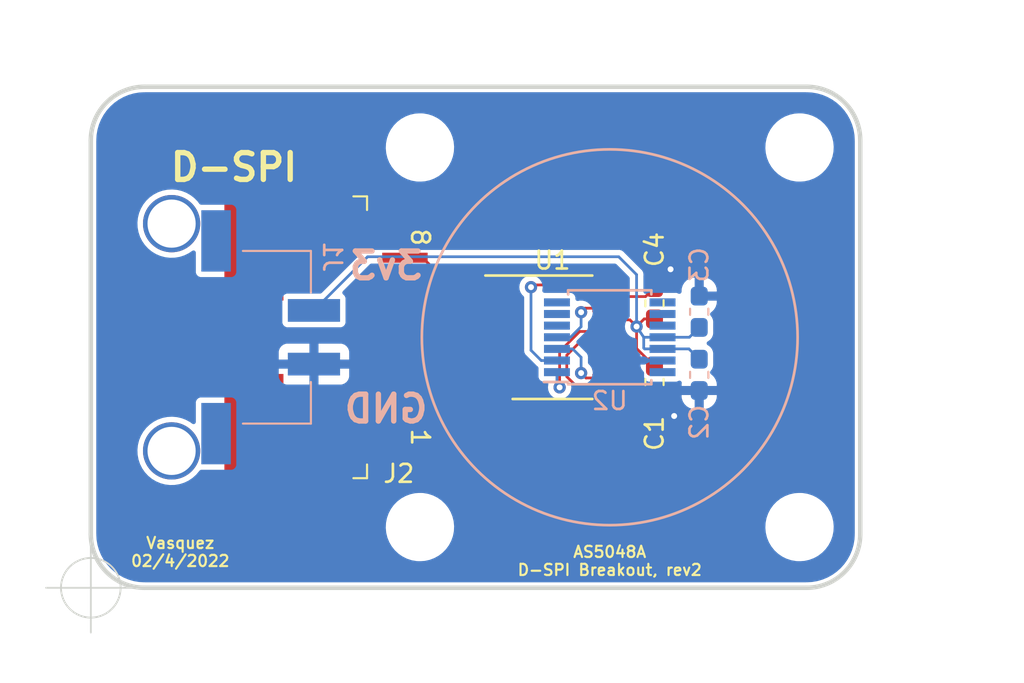
<source format=kicad_pcb>
(kicad_pcb (version 20211014) (generator pcbnew)
  (layers (0 "F.Cu" signal) (31 "B.Cu" signal) (34 "B.Paste" user) (35 "F.Paste" user) (36 "B.SilkS" user "B.Silkscreen") (37 "F.SilkS" user "F.Silkscreen") (38 "B.Mask" user) (39 "F.Mask" user) (44 "Edge.Cuts" user))
  (net 0 "")
  (net 1 "+3V3")
  (net 2 "GND")
  (net 3 "/SCK_P")
  (net 4 "/SCK_N")
  (net 5 "/MOSI_P")
  (net 6 "/MOSI_N")
  (net 7 "/CS_P")
  (net 8 "/CS_N")
  (net 9 "/MISO_P")
  (net 10 "/MISO_N")
  (net 13 "/MISO")
  (net 15 "/CSx")
  (net 16 "/MOSI")
  (net 17 "/SCK")
  (footprint "Capacitor_SMD:C_0603_1608Metric_Pad1.05x0.95mm_HandSolder" (layer "F.Cu") (at 138.5 106.37868 -90)
    (fp_text reference "C1" (at 2.875 0 90) (layer "F.SilkS"))
    (fp_text value "10uF")
    (fp_line (start -0.171267 -0.51) (end 0.171267 -0.51) (layer "F.SilkS") (width 0.12))
    (fp_line (start -0.171267 0.51) (end 0.171267 0.51) (layer "F.SilkS") (width 0.12))
    (pad "1" smd roundrect locked (at -0.875 0 270) (size 1.05 0.95) (layers "F.Cu" "F.Paste" "F.Mask") (net 1 "+3V3"))
    (pad "2" smd roundrect locked (at 0.875 0 270) (size 1.05 0.95) (layers "F.Cu" "F.Paste" "F.Mask") (net 2 "GND"))
  )
  (footprint "Package_SO:TSSOP-20_4.4x6.5mm_P0.65mm" (layer "F.Cu") (at 132.8 103.87868)
    (fp_text reference "U1" (at 0 -4.3) (layer "F.SilkS"))
    (fp_text value "SN65LVDT14")
    (fp_line (start -2.225 3.45) (end 2.225 3.45) (layer "F.SilkS") (width 0.15))
    (fp_line (start -3.75 -3.45) (end 2.225 -3.45) (layer "F.SilkS") (width 0.15))
    (pad "1" smd rect locked (at -2.95 -2.925) (size 1.45 0.45) (layers "F.Cu" "F.Paste" "F.Mask") (net 3 "/SCK_P"))
    (pad "2" smd rect locked (at -2.95 -2.275) (size 1.45 0.45) (layers "F.Cu" "F.Paste" "F.Mask") (net 4 "/SCK_N"))
    (pad "3" smd rect locked (at -2.95 -1.625) (size 1.45 0.45) (layers "F.Cu" "F.Paste" "F.Mask") (net 5 "/MOSI_P"))
    (pad "4" smd rect locked (at -2.95 -0.975) (size 1.45 0.45) (layers "F.Cu" "F.Paste" "F.Mask") (net 6 "/MOSI_N"))
    (pad "5" smd rect locked (at -2.95 -0.325) (size 1.45 0.45) (layers "F.Cu" "F.Paste" "F.Mask") (net 7 "/CS_P"))
    (pad "6" smd rect locked (at -2.95 0.325) (size 1.45 0.45) (layers "F.Cu" "F.Paste" "F.Mask") (net 8 "/CS_N"))
    (pad "7" smd rect locked (at -2.95 0.975) (size 1.45 0.45) (layers "F.Cu" "F.Paste" "F.Mask"))
    (pad "8" smd rect locked (at -2.95 1.625) (size 1.45 0.45) (layers "F.Cu" "F.Paste" "F.Mask"))
    (pad "9" smd rect locked (at -2.95 2.275) (size 1.45 0.45) (layers "F.Cu" "F.Paste" "F.Mask") (net 9 "/MISO_P"))
    (pad "10" smd rect locked (at -2.95 2.925) (size 1.45 0.45) (layers "F.Cu" "F.Paste" "F.Mask") (net 10 "/MISO_N"))
    (pad "11" smd rect locked (at 2.95 2.925) (size 1.45 0.45) (layers "F.Cu" "F.Paste" "F.Mask") (net 2 "GND"))
    (pad "12" smd rect locked (at 2.95 2.275) (size 1.45 0.45) (layers "F.Cu" "F.Paste" "F.Mask") (net 13 "/MISO"))
    (pad "13" smd rect locked (at 2.95 1.625) (size 1.45 0.45) (layers "F.Cu" "F.Paste" "F.Mask") (net 1 "+3V3"))
    (pad "14" smd rect locked (at 2.95 0.975) (size 1.45 0.45) (layers "F.Cu" "F.Paste" "F.Mask"))
    (pad "15" smd rect locked (at 2.95 0.325) (size 1.45 0.45) (layers "F.Cu" "F.Paste" "F.Mask") (net 2 "GND"))
    (pad "16" smd rect locked (at 2.95 -0.325) (size 1.45 0.45) (layers "F.Cu" "F.Paste" "F.Mask") (net 15 "/CSx"))
    (pad "17" smd rect locked (at 2.95 -0.975) (size 1.45 0.45) (layers "F.Cu" "F.Paste" "F.Mask") (net 1 "+3V3"))
    (pad "18" smd rect locked (at 2.95 -1.625) (size 1.45 0.45) (layers "F.Cu" "F.Paste" "F.Mask") (net 16 "/MOSI"))
    (pad "19" smd rect locked (at 2.95 -2.275) (size 1.45 0.45) (layers "F.Cu" "F.Paste" "F.Mask") (net 2 "GND"))
    (pad "20" smd rect locked (at 2.95 -2.925) (size 1.45 0.45) (layers "F.Cu" "F.Paste" "F.Mask") (net 17 "/SCK"))
  )
  (footprint "Capacitor_SMD:C_0603_1608Metric_Pad1.05x0.95mm_HandSolder" (layer "F.Cu") (at 138.5 101.97868 90)
    (fp_text reference "C4" (at 3 0 90) (layer "F.SilkS"))
    (fp_text value "0.1uF")
    (fp_line (start -0.171267 -0.51) (end 0.171267 -0.51) (layer "F.SilkS") (width 0.12))
    (fp_line (start -0.171267 0.51) (end 0.171267 0.51) (layer "F.SilkS") (width 0.12))
    (pad "1" smd roundrect locked (at -0.875 0 90) (size 1.05 0.95) (layers "F.Cu" "F.Paste" "F.Mask") (net 1 "+3V3"))
    (pad "2" smd roundrect locked (at 0.875 0 90) (size 1.05 0.95) (layers "F.Cu" "F.Paste" "F.Mask") (net 2 "GND"))
  )
  (footprint "MountingHole:MountingHole_3.2mm_M3_DIN965" (layer "F.Cu") (at 146.606602 114.485282)
    (fp_text reference "REF**")
    (fp_text value "MountingHole_3.2mm_M3_DIN965")
    (pad "" np_thru_hole circle locked (at 0 0) (size 3.2 3.2) (drill 3.2) (layers *.Cu *.Mask))
  )
  (footprint "MountingHole:MountingHole_3.2mm_M3_DIN965" (layer "F.Cu") (at 146.606602 93.272078)
    (fp_text reference "REF**")
    (fp_text value "MountingHole_3.2mm_M3_DIN965")
    (pad "" np_thru_hole circle locked (at 0 0) (size 3.2 3.2) (drill 3.2) (layers *.Cu *.Mask))
  )
  (footprint "MountingHole:MountingHole_3.2mm_M3_DIN965" (layer "F.Cu") (at 125.393398 114.485282)
    (fp_text reference "REF**")
    (fp_text value "MountingHole_3.2mm_M3_DIN965")
    (pad "" np_thru_hole circle locked (at 0 0) (size 3.2 3.2) (drill 3.2) (layers *.Cu *.Mask))
  )
  (footprint "MountingHole:MountingHole_3.2mm_M3_DIN965" (layer "F.Cu") (at 125.393398 93.272078)
    (fp_text reference "REF**")
    (fp_text value "MountingHole_3.2mm_M3_DIN965")
    (pad "" np_thru_hole circle locked (at 0 0) (size 3.2 3.2) (drill 3.2) (layers *.Cu *.Mask))
  )
  (footprint "kicad_component_library:RJ45_Amphenol_SMD_RJSSE-5080-01T" (layer "F.Cu") (at 115 103.87868 -90)
    (fp_text reference "J2" (at 7.62 -9.215 unlocked) (layer "F.SilkS"))
    (fp_text value "8P8C")
    (fp_text user "1" (at 5.588 -10.414 -90 unlocked) (layer "F.SilkS"))
    (fp_text user "8" (at -5.588 -10.414 -90 unlocked) (layer "F.SilkS"))
    (fp_line (start -7.874 -7.437) (end -7.112 -7.437) (layer "F.SilkS") (width 0.12))
    (fp_line (start 7.874 -7.437) (end 7.874 -6.675) (layer "F.SilkS") (width 0.12))
    (fp_line (start 7.874 -7.437) (end 7.112 -7.437) (layer "F.SilkS") (width 0.12))
    (fp_line (start -7.874 -7.437) (end -7.874 -6.675) (layer "F.SilkS") (width 0.12))
    (pad "" np_thru_hole circle (at -6.35 3.485 270) (size 3.2 3.2) (drill 2.69) (layers F&B.Cu *.Mask))
    (pad "" smd rect (at 5.16 -1.115 270) (size 6.22 3.3) (layers "F.Cu" "F.Paste" "F.Mask"))
    (pad "" np_thru_hole circle (at 6.35 3.485 270) (size 3.2 3.2) (drill 2.69) (layers F&B.Cu *.Mask))
    (pad "" smd rect (at -5.16 -1.115 270) (size 6.22 3.3) (layers "F.Cu" "F.Paste" "F.Mask"))
    (pad "1" smd rect (at 4.445 -9.555 270) (size 0.56 2.54) (layers "F.Cu" "F.Paste" "F.Mask") (net 10 "/MISO_N"))
    (pad "2" smd rect (at 3.175 -9.555 270) (size 0.56 2.54) (layers "F.Cu" "F.Paste" "F.Mask") (net 9 "/MISO_P"))
    (pad "3" smd rect (at 1.905 -9.555 270) (size 0.56 2.54) (layers "F.Cu" "F.Paste" "F.Mask") (net 8 "/CS_N"))
    (pad "4" smd rect (at 0.635 -9.555 270) (size 0.56 2.54) (layers "F.Cu" "F.Paste" "F.Mask") (net 7 "/CS_P"))
    (pad "5" smd rect (at -0.635 -9.555 270) (size 0.56 2.54) (layers "F.Cu" "F.Paste" "F.Mask") (net 6 "/MOSI_N"))
    (pad "6" smd rect (at -1.905 -9.555 270) (size 0.56 2.54) (layers "F.Cu" "F.Paste" "F.Mask") (net 5 "/MOSI_P"))
    (pad "7" smd rect (at -3.175 -9.555 270) (size 0.56 2.54) (layers "F.Cu" "F.Paste" "F.Mask") (net 4 "/SCK_N"))
    (pad "8" smd rect (at -4.445 -9.555 270) (size 0.56 2.54) (layers "F.Cu" "F.Paste" "F.Mask") (net 3 "/SCK_P"))
  )
  (footprint "Capacitor_SMD:C_0603_1608Metric_Pad1.05x0.95mm_HandSolder" (layer "B.Cu") (at 141 102.45368 90)
    (fp_text reference "C3" (at 2.625 0 90) (layer "B.SilkS") (effects (justify mirror)))
    (fp_text value "10uF")
    (fp_line (start -0.171267 0.51) (end 0.171267 0.51) (layer "B.SilkS") (width 0.12))
    (fp_line (start -0.171267 -0.51) (end 0.171267 -0.51) (layer "B.SilkS") (width 0.12))
    (pad "1" smd roundrect locked (at -0.875 0 90) (size 1.05 0.95) (layers "B.Cu" "B.Paste" "B.Mask") (net 1 "+3V3"))
    (pad "2" smd roundrect locked (at 0.875 0 90) (size 1.05 0.95) (layers "B.Cu" "B.Paste" "B.Mask") (net 2 "GND"))
  )
  (footprint "kicad_component_library:Molex_Micro-Fit_3.0_43650-0212_1x02_P3.00mm" (layer "B.Cu") (at 114 103.87868 90)
    (fp_text reference "J1" (at 4.5 6.5 270 unlocked) (layer "B.SilkS") (effects (justify mirror)))
    (fp_text value "Conn_01x02")
    (fp_line (start 2.5 5.3) (end 4.825 5.3) (layer "B.SilkS") (width 0.12))
    (fp_line (start -4.825 5.3) (end -2.5 5.3) (layer "B.SilkS") (width 0.12))
    (fp_line (start 4.825 5.3) (end 4.825 1.5) (layer "B.SilkS") (width 0.12))
    (fp_line (start -4.825 5.3) (end -4.825 1.5) (layer "B.SilkS") (width 0.12))
    (pad "" smd rect (at -5.385 0 90) (size 3.43 1.65) (layers "B.Cu" "B.Paste" "B.Mask"))
    (pad "" smd rect (at 5.385 0 90) (size 3.43 1.65) (layers "B.Cu" "B.Paste" "B.Mask"))
    (pad "1" smd rect (at 1.5 5.47 90) (size 1.27 2.92) (layers "B.Cu" "B.Paste" "B.Mask") (net 1 "+3V3"))
    (pad "2" smd rect (at -1.5 5.47 90) (size 1.27 2.92) (layers "B.Cu" "B.Paste" "B.Mask") (net 2 "GND"))
  )
  (footprint "Capacitor_SMD:C_0603_1608Metric_Pad1.05x0.95mm_HandSolder" (layer "B.Cu") (at 141 105.97868 -90)
    (fp_text reference "C2" (at 2.65 0 90) (layer "B.SilkS") (effects (justify mirror)))
    (fp_text value "0.1uF")
    (fp_line (start -0.171267 0.51) (end 0.171267 0.51) (layer "B.SilkS") (width 0.12))
    (fp_line (start -0.171267 -0.51) (end 0.171267 -0.51) (layer "B.SilkS") (width 0.12))
    (pad "1" smd roundrect locked (at -0.875 0 270) (size 1.05 0.95) (layers "B.Cu" "B.Paste" "B.Mask") (net 1 "+3V3"))
    (pad "2" smd roundrect locked (at 0.875 0 270) (size 1.05 0.95) (layers "B.Cu" "B.Paste" "B.Mask") (net 2 "GND"))
  )
  (footprint "Package_SO:TSSOP-14_4.4x5mm_P0.65mm" (layer "B.Cu") (at 136 103.87868)
    (fp_text reference "U2" (at 0 3.55) (layer "B.SilkS") (effects (justify mirror)))
    (fp_text value "AS5048A")
    (fp_line (start -2.325 -2.625) (end -2.325 -2.4) (layer "B.SilkS") (width 0.15))
    (fp_line (start 2.325 2.625) (end 2.325 2.4) (layer "B.SilkS") (width 0.15))
    (fp_line (start 2.325 -2.625) (end 2.325 -2.4) (layer "B.SilkS") (width 0.15))
    (fp_line (start -2.325 -2.625) (end 2.325 -2.625) (layer "B.SilkS") (width 0.15))
    (fp_line (start -2.325 2.625) (end 2.325 2.625) (layer "B.SilkS") (width 0.15))
    (fp_line (start -2.325 2.5) (end -3.675 2.5) (layer "B.SilkS") (width 0.15))
    (fp_line (start -2.325 2.625) (end -2.325 2.5) (layer "B.SilkS") (width 0.15))
    (pad "1" smd rect locked (at -2.95 1.95) (size 1.45 0.45) (layers "B.Cu" "B.Paste" "B.Mask") (net 15 "/CSx"))
    (pad "2" smd rect locked (at -2.95 1.3) (size 1.45 0.45) (layers "B.Cu" "B.Paste" "B.Mask") (net 17 "/SCK"))
    (pad "3" smd rect locked (at -2.95 0.65) (size 1.45 0.45) (layers "B.Cu" "B.Paste" "B.Mask") (net 13 "/MISO"))
    (pad "4" smd rect locked (at -2.95 0) (size 1.45 0.45) (layers "B.Cu" "B.Paste" "B.Mask") (net 16 "/MOSI"))
    (pad "5" smd rect locked (at -2.95 -0.65) (size 1.45 0.45) (layers "B.Cu" "B.Paste" "B.Mask"))
    (pad "6" smd rect locked (at -2.95 -1.3) (size 1.45 0.45) (layers "B.Cu" "B.Paste" "B.Mask"))
    (pad "7" smd rect locked (at -2.95 -1.95) (size 1.45 0.45) (layers "B.Cu" "B.Paste" "B.Mask"))
    (pad "8" smd rect locked (at 2.95 -1.95) (size 1.45 0.45) (layers "B.Cu" "B.Paste" "B.Mask"))
    (pad "9" smd rect locked (at 2.95 -1.3) (size 1.45 0.45) (layers "B.Cu" "B.Paste" "B.Mask"))
    (pad "10" smd rect locked (at 2.95 -0.65) (size 1.45 0.45) (layers "B.Cu" "B.Paste" "B.Mask"))
    (pad "11" smd rect locked (at 2.95 0) (size 1.45 0.45) (layers "B.Cu" "B.Paste" "B.Mask") (net 1 "+3V3"))
    (pad "12" smd rect locked (at 2.95 0.65) (size 1.45 0.45) (layers "B.Cu" "B.Paste" "B.Mask") (net 1 "+3V3"))
    (pad "13" smd rect locked (at 2.95 1.3) (size 1.45 0.45) (layers "B.Cu" "B.Paste" "B.Mask") (net 2 "GND"))
    (pad "14" smd rect locked (at 2.95 1.95) (size 1.45 0.45) (layers "B.Cu" "B.Paste" "B.Mask"))
  )
  (gr_circle (center 136 103.87868) (end 146.5 103.87868) (layer "B.SilkS") (width 0.15) (fill none))
  (gr_line (start 110 117.87868) (end 147 117.87868) (layer "Edge.Cuts") (width 0.25))
  (gr_line (start 150 114.87868) (end 150 92.87868) (layer "Edge.Cuts") (width 0.25))
  (gr_arc (start 147 89.87868) (mid 149.12132 90.75736) (end 150 92.87868) (layer "Edge.Cuts") (width 0.25))
  (gr_arc (start 150 114.87868) (mid 149.12132 117) (end 147 117.87868) (layer "Edge.Cuts") (width 0.25))
  (gr_arc (start 110 117.87868) (mid 107.87868 117) (end 107 114.87868) (layer "Edge.Cuts") (width 0.25))
  (gr_arc (start 107 92.87868) (mid 107.87868 90.75736) (end 110 89.87868) (layer "Edge.Cuts") (width 0.25))
  (gr_line (start 107 92.87868) (end 107 114.87868) (layer "Edge.Cuts") (width 0.25))
  (gr_line (start 147 89.87868) (end 110 89.87868) (layer "Edge.Cuts") (width 0.25))
  (gr_text "GND" (at 123.5 107.87868) (layer "B.SilkS") (effects (font (size 1.5 1.5) (thickness 0.3)) (justify mirror)))
  (gr_text "3v3" (at 123.5 99.87868) (layer "B.SilkS") (effects (font (size 1.5 1.5) (thickness 0.3)) (justify mirror)))
  (gr_text "D-SPI" (at 115 94.37868) (layer "F.SilkS") (effects (font (size 1.5 1.5) (thickness 0.3))))
  (gr_text "Vasquez\n02/4/2022" (at 112 115.87868) (layer "F.SilkS") (effects (font (size 0.625 0.625) (thickness 0.12))))
  (gr_text "AS5048A\nD-SPI Breakout, rev2" (at 136 116.37868) (layer "F.SilkS") (effects (font (size 0.625 0.625) (thickness 0.12))))
  (target plus (at 107 117.87868) (size 5) (width 0.1) (layer "Edge.Cuts"))
  (segment (start 137.5 103.27868) (end 137.125 102.90368) (width 0.1524) (layer "F.Cu") (net 1))
  (segment (start 137.475 104.50368) (end 137.5 104.50368) (width 0.1524) (layer "F.Cu") (net 1))
  (segment (start 135.75 105.50368) (end 136.475 105.50368) (width 0.1524) (layer "F.Cu") (net 1))
  (segment (start 138.5 105.50368) (end 137.5 104.50368) (width 0.1524) (layer "F.Cu") (net 1))
  (segment (start 137.925 102.85368) (end 137.5 103.27868) (width 0.1524) (layer "F.Cu") (net 1))
  (segment (start 138.5 102.85368) (end 137.925 102.85368) (width 0.1524) (layer "F.Cu") (net 1))
  (segment (start 136.475 105.50368) (end 137.475 104.50368) (width 0.1524) (layer "F.Cu") (net 1))
  (segment (start 137.125 102.90368) (end 135.75 102.90368) (width 0.1524) (layer "F.Cu") (net 1))
  (segment (start 137.5 104.50368) (end 137.5 103.27868) (width 0.1524) (layer "F.Cu") (net 1))
  (via (at 137.5 103.27868) (size 0.6858) (drill 0.3302) (layers "F.Cu" "B.Cu") (net 1))
  (segment (start 140.45 103.87868) (end 141 103.32868) (width 0.1524) (layer "B.Cu") (net 1))
  (segment (start 137.9 104.47868) (end 137.9 103.87868) (width 0.1524) (layer "B.Cu") (net 1))
  (segment (start 138.95 103.87868) (end 140.45 103.87868) (width 0.1524) (layer "B.Cu") (net 1))
  (segment (start 137.95 104.52868) (end 137.9 104.47868) (width 0.1524) (layer "B.Cu") (net 1))
  (segment (start 140.425 104.52868) (end 138.95 104.52868) (width 0.1524) (layer "B.Cu") (net 1))
  (segment (start 137.5 103.27868) (end 137.9 103.87868) (width 0.1524) (layer "B.Cu") (net 1))
  (segment (start 136.5 99.37868) (end 137.5 100.37868) (width 0.1524) (layer "B.Cu") (net 1))
  (segment (start 122.47 99.37868) (end 136.5 99.37868) (width 0.1524) (layer "B.Cu") (net 1))
  (segment (start 137.5 100.37868) (end 137.5 103.27868) (width 0.1524) (layer "B.Cu") (net 1))
  (segment (start 119.47 102.37868) (end 122.47 99.37868) (width 0.1524) (layer "B.Cu") (net 1))
  (segment (start 138.95 104.52868) (end 137.95 104.52868) (width 0.1524) (layer "B.Cu") (net 1))
  (segment (start 141 105.10368) (end 140.425 104.52868) (width 0.1524) (layer "B.Cu") (net 1))
  (segment (start 137.9 103.87868) (end 138.95 103.87868) (width 0.1524) (layer "B.Cu") (net 1))
  (segment (start 135.75 101.60368) (end 138 101.60368) (width 0.1524) (layer "F.Cu") (net 2))
  (segment (start 139.525 108.27868) (end 139.6 108.27868) (width 0.1524) (layer "F.Cu") (net 2))
  (segment (start 138.5 101.10368) (end 138.5 100.97868) (width 0.1524) (layer "F.Cu") (net 2))
  (segment (start 134.325 106.80368) (end 133.6 106.07868) (width 0.1524) (layer "F.Cu") (net 2))
  (segment (start 138.5 107.25368) (end 138.325 107.07868) (width 0.1524) (layer "F.Cu") (net 2))
  (segment (start 134.275 104.20368) (end 135.75 104.20368) (width 0.1524) (layer "F.Cu") (net 2))
  (segment (start 138.5 107.25368) (end 139.525 108.27868) (width 0.1524) (layer "F.Cu") (net 2))
  (segment (start 138 101.60368) (end 138.5 101.10368) (width 0.1524) (layer "F.Cu") (net 2))
  (segment (start 135.75 106.80368) (end 134.325 106.80368) (width 0.1524) (layer "F.Cu") (net 2))
  (segment (start 133.6 106.07868) (end 133.6 104.87868) (width 0.1524) (layer "F.Cu") (net 2))
  (segment (start 136.025 107.07868) (end 135.75 106.80368) (width 0.1524) (layer "F.Cu") (net 2))
  (segment (start 138.5 100.97868) (end 139.4 100.07868) (width 0.1524) (layer "F.Cu") (net 2))
  (segment (start 138.325 107.07868) (end 136.025 107.07868) (width 0.1524) (layer "F.Cu") (net 2))
  (segment (start 133.6 104.87868) (end 134.275 104.20368) (width 0.1524) (layer "F.Cu") (net 2))
  (via (at 139.6 108.27868) (size 0.6858) (drill 0.3302) (layers "F.Cu" "B.Cu") (net 2))
  (via (at 139.4 100.07868) (size 0.6858) (drill 0.3302) (layers "F.Cu" "B.Cu") (net 2))
  (segment (start 124.555 99.43368) (end 125.545 99.43368) (width 0.1524) (layer "F.Cu") (net 3))
  (segment (start 127.963128 101.12628) (end 128.589899 101.12628) (width 0.1524) (layer "F.Cu") (net 3))
  (segment (start 126.0276 99.91628) (end 126.753128 99.91628) (width 0.1524) (layer "F.Cu") (net 3))
  (segment (start 126.753128 99.91628) (end 127.963128 101.12628) (width 0.1524) (layer "F.Cu") (net 3))
  (segment (start 128.589899 101.12628) (end 128.762499 100.95368) (width 0.1524) (layer "F.Cu") (net 3))
  (segment (start 125.545 99.43368) (end 126.0276 99.91628) (width 0.1524) (layer "F.Cu") (net 3))
  (segment (start 128.762499 100.95368) (end 129.85 100.95368) (width 0.1524) (layer "F.Cu") (net 3))
  (segment (start 126.626872 100.22108) (end 127.836872 101.43108) (width 0.1524) (layer "F.Cu") (net 4))
  (segment (start 128.589899 101.43108) (end 128.762499 101.60368) (width 0.1524) (layer "F.Cu") (net 4))
  (segment (start 128.762499 101.60368) (end 129.85 101.60368) (width 0.1524) (layer "F.Cu") (net 4))
  (segment (start 127.836872 101.43108) (end 128.589899 101.43108) (width 0.1524) (layer "F.Cu") (net 4))
  (segment (start 126.0276 100.22108) (end 126.626872 100.22108) (width 0.1524) (layer "F.Cu") (net 4))
  (segment (start 124.555 100.70368) (end 125.545 100.70368) (width 0.1524) (layer "F.Cu") (net 4))
  (segment (start 125.545 100.70368) (end 126.0276 100.22108) (width 0.1524) (layer "F.Cu") (net 4))
  (segment (start 128.65 102.42868) (end 128.825 102.25368) (width 0.1524) (layer "F.Cu") (net 5))
  (segment (start 126.195 101.97368) (end 126.65 102.42868) (width 0.1524) (layer "F.Cu") (net 5))
  (segment (start 128.825 102.25368) (end 129.85 102.25368) (width 0.1524) (layer "F.Cu") (net 5))
  (segment (start 126.65 102.42868) (end 128.65 102.42868) (width 0.1524) (layer "F.Cu") (net 5))
  (segment (start 124.555 101.97368) (end 126.195 101.97368) (width 0.1524) (layer "F.Cu") (net 5))
  (segment (start 126.622235 102.733) (end 128.65432 102.733) (width 0.1524) (layer "F.Cu") (net 6))
  (segment (start 124.555 103.24368) (end 126.111555 103.24368) (width 0.1524) (layer "F.Cu") (net 6))
  (segment (start 128.825 102.90368) (end 129.85 102.90368) (width 0.1524) (layer "F.Cu") (net 6))
  (segment (start 126.111555 103.24368) (end 126.622235 102.733) (width 0.1524) (layer "F.Cu") (net 6))
  (segment (start 128.65432 102.733) (end 128.825 102.90368) (width 0.1524) (layer "F.Cu") (net 6))
  (segment (start 124.555 104.51368) (end 125.545 104.51368) (width 0.1524) (layer "F.Cu") (net 7))
  (segment (start 128.589899 103.72628) (end 128.762499 103.55368) (width 0.1524) (layer "F.Cu") (net 7))
  (segment (start 128.762499 103.55368) (end 129.85 103.55368) (width 0.1524) (layer "F.Cu") (net 7))
  (segment (start 126.0276 104.99628) (end 126.166872 104.99628) (width 0.1524) (layer "F.Cu") (net 7))
  (segment (start 126.166872 104.99628) (end 127.436872 103.72628) (width 0.1524) (layer "F.Cu") (net 7))
  (segment (start 127.436872 103.72628) (end 128.589899 103.72628) (width 0.1524) (layer "F.Cu") (net 7))
  (segment (start 125.545 104.51368) (end 126.0276 104.99628) (width 0.1524) (layer "F.Cu") (net 7))
  (segment (start 125.545 105.78368) (end 126.0276 105.30108) (width 0.1524) (layer "F.Cu") (net 8))
  (segment (start 124.555 105.78368) (end 125.545 105.78368) (width 0.1524) (layer "F.Cu") (net 8))
  (segment (start 126.0276 105.30108) (end 126.293128 105.30108) (width 0.1524) (layer "F.Cu") (net 8))
  (segment (start 126.293128 105.30108) (end 127.563128 104.03108) (width 0.1524) (layer "F.Cu") (net 8))
  (segment (start 127.563128 104.03108) (end 128.589899 104.03108) (width 0.1524) (layer "F.Cu") (net 8))
  (segment (start 128.762499 104.20368) (end 129.85 104.20368) (width 0.1524) (layer "F.Cu") (net 8))
  (segment (start 128.589899 104.03108) (end 128.762499 104.20368) (width 0.1524) (layer "F.Cu") (net 8))
  (segment (start 126.0276 107.53628) (end 126.426872 107.53628) (width 0.1524) (layer "F.Cu") (net 9))
  (segment (start 128.589899 106.32628) (end 128.762499 106.15368) (width 0.1524) (layer "F.Cu") (net 9))
  (segment (start 124.555 107.05368) (end 125.545 107.05368) (width 0.1524) (layer "F.Cu") (net 9))
  (segment (start 128.762499 106.15368) (end 129.85 106.15368) (width 0.1524) (layer "F.Cu") (net 9))
  (segment (start 125.545 107.05368) (end 126.0276 107.53628) (width 0.1524) (layer "F.Cu") (net 9))
  (segment (start 126.426872 107.53628) (end 127.636872 106.32628) (width 0.1524) (layer "F.Cu") (net 9))
  (segment (start 127.636872 106.32628) (end 128.589899 106.32628) (width 0.1524) (layer "F.Cu") (net 9))
  (segment (start 128.762499 106.80368) (end 129.85 106.80368) (width 0.1524) (layer "F.Cu") (net 10))
  (segment (start 127.763128 106.63108) (end 128.589899 106.63108) (width 0.1524) (layer "F.Cu") (net 10))
  (segment (start 128.589899 106.63108) (end 128.762499 106.80368) (width 0.1524) (layer "F.Cu") (net 10))
  (segment (start 125.545 108.32368) (end 126.0276 107.84108) (width 0.1524) (layer "F.Cu") (net 10))
  (segment (start 124.555 108.32368) (end 125.545 108.32368) (width 0.1524) (layer "F.Cu") (net 10))
  (segment (start 126.0276 107.84108) (end 126.553128 107.84108) (width 0.1524) (layer "F.Cu") (net 10))
  (segment (start 126.553128 107.84108) (end 127.763128 106.63108) (width 0.1524) (layer "F.Cu") (net 10))
  (segment (start 134.675 106.15368) (end 135.75 106.15368) (width 0.1524) (layer "F.Cu") (net 13))
  (segment (start 134.4 105.87868) (end 134.675 106.15368) (width 0.1524) (layer "F.Cu") (net 13))
  (via (at 134.4 105.87868) (size 0.6858) (drill 0.3302) (layers "F.Cu" "B.Cu") (net 13))
  (segment (start 133.05 104.52868) (end 133.9274 104.52868) (width 0.1524) (layer "B.Cu") (net 13))
  (segment (start 133.9274 104.52868) (end 134.4 105.00128) (width 0.1524) (layer "B.Cu") (net 13))
  (segment (start 134.4 105.00128) (end 134.4 105.87868) (width 0.1524) (layer "B.Cu") (net 13))
  (segment (start 133.2 104.67868) (end 134.325 103.55368) (width 0.1524) (layer "F.Cu") (net 15))
  (segment (start 133.2 106.67868) (end 133.2 104.67868) (width 0.1524) (layer "F.Cu") (net 15))
  (segment (start 134.325 103.55368) (end 135.75 103.55368) (width 0.1524) (layer "F.Cu") (net 15))
  (via (at 133.2 106.67868) (size 0.6858) (drill 0.3302) (layers "F.Cu" "B.Cu") (net 15))
  (segment (start 133.05 105.82868) (end 133.05 106.52868) (width 0.1524) (layer "B.Cu") (net 15))
  (segment (start 133.05 106.52868) (end 133.2 106.67868) (width 0.1524) (layer "B.Cu") (net 15))
  (segment (start 134.625 102.25368) (end 135.75 102.25368) (width 0.1524) (layer "F.Cu") (net 16))
  (segment (start 134.4 102.47868) (end 134.625 102.25368) (width 0.1524) (layer "F.Cu") (net 16))
  (via (at 134.4 102.47868) (size 0.6858) (drill 0.3302) (layers "F.Cu" "B.Cu") (net 16))
  (segment (start 134.4 103.284902) (end 134.4 102.47868) (width 0.1524) (layer "B.Cu") (net 16))
  (segment (start 133.806222 103.87868) (end 134.4 103.284902) (width 0.1524) (layer "B.Cu") (net 16))
  (segment (start 133.05 103.87868) (end 133.806222 103.87868) (width 0.1524) (layer "B.Cu") (net 16))
  (segment (start 135.75 100.95368) (end 131.725 100.95368) (width 0.1524) (layer "F.Cu") (net 17))
  (segment (start 131.725 100.95368) (end 131.6 101.07868) (width 0.1524) (layer "F.Cu") (net 17))
  (via (at 131.6 101.07868) (size 0.6858) (drill 0.3302) (layers "F.Cu" "B.Cu") (net 17))
  (segment (start 132.1726 105.17868) (end 131.6 104.60608) (width 0.1524) (layer "B.Cu") (net 17))
  (segment (start 131.6 104.60608) (end 131.6 101.07868) (width 0.1524) (layer "B.Cu") (net 17))
  (segment (start 133.05 105.17868) (end 132.1726 105.17868) (width 0.1524) (layer "B.Cu") (net 17))
  (zone (net 2) (net_name "GND") (layer "B.Cu") (name "GND Plane") (connect_pads (clearance 0.3048)) (min_thickness 0.254) (fill yes (thermal_gap 0.508) (thermal_bridge_width 0.508))
    (polygon (pts (xy 150 117.87868) (xy 107 117.87868) (xy 107 89.87868) (xy 150 89.87868)))
  )
)
</source>
